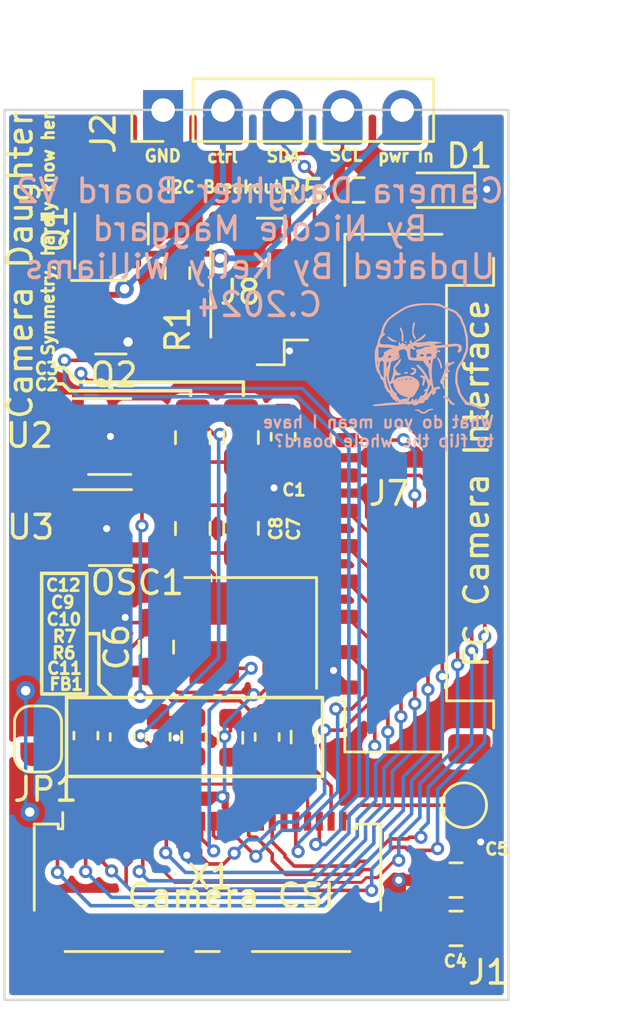
<source format=kicad_pcb>
(kicad_pcb (version 20240108) (generator "pcbnew") (generator_version "8.0")
  (layers (0 "F.Cu" signal) (31 "B.Cu" signal) (34 "B.Paste" user) (35 "F.Paste" user) (36 "B.SilkS" user "B.Silkscreen") (37 "F.SilkS" user "F.Silkscreen") (38 "B.Mask" user) (39 "F.Mask" user) (44 "Edge.Cuts" user))
  (net 0 "")
  (net 1 "1.5V")
  (net 2 "+3V3")
  (net 3 "2.8V")
  (net 4 "VBUS_RESET {slash} PC")
  (net 5 "AGND")
  (net 6 "Net-(J1-Pin_1)")
  (net 7 "D9")
  (net 8 "D8")
  (net 9 "GND")
  (net 10 "ENABLE_BURN {slash} D7")
  (net 11 "D6")
  (net 12 "D5")
  (net 13 "D4")
  (net 14 "ENAB_RF {slash} D3")
  (net 15 "I2C_RESET {slash} D2")
  (net 16 "BURN_RELAY_A {slash} VS")
  (net 17 "HS")
  (net 18 "Net-(JP1-A)")
  (net 19 "Net-(OSC1-OUT)")
  (net 20 "Net-(X1-~{RESET})")
  (net 21 "Net-(X1-PWDN)")
  (net 24 "SDA1")
  (net 25 "SCL1")
  (net 27 "Net-(D1-A)")
  (net 28 "Net-(Q1-G)")
  (net 29 "pwr_in")
  (net 30 "pwr_ctrl")
  (footprint "Capacitor_SMD:C_0805_2012Metric_Pad1.18x1.45mm_HandSolder" (layer "F.Cu") (at 154.95 119.56 -90)
    (property "Reference" "C2")
    (property "Value" "10uF")
  )
  (footprint "Oscillator:Oscillator_SMD_SeikoEpson_SG8002CE-4Pin_3.2x2.5mm_HandSoldering" (layer "F.Cu") (at 157.41 127.85 180)
    (property "Reference" "OSC1")
    (property "Value" "24MHz 3.3V Oscillator")
  )
  (footprint "Jumper:SolderJumper-2_P1.3mm_Open_RoundedPad1.0x1.5mm" (layer "F.Cu") (at 148.375 132.35 90)
    (property "Reference" "JP1")
    (property "Value" "Jumper_2_Open")
  )
  (footprint "Capacitor_SMD:C_0603_1608Metric_Pad1.08x0.95mm_HandSolder" (layer "F.Cu") (at 158.79 119.5225 -90)
    (property "Reference" "C1")
    (property "Value" "1.0uF")
  )
  (footprint "Capacitor_SMD:C_0805_2012Metric_Pad1.18x1.45mm_HandSolder" (layer "F.Cu") (at 153.4 128.45 90)
    (property "Reference" "C6")
    (property "Value" "10uF")
  )
  (footprint "Capacitor_SMD:C_0603_1608Metric_Pad1.08x0.95mm_HandSolder" (layer "F.Cu") (at 150.41 132.2075 90)
    (property "Reference" "C12")
    (property "Value" "22pF")
  )
  (footprint "Capacitor_SMD:C_0805_2012Metric_Pad1.18x1.45mm_HandSolder" (layer "F.Cu") (at 166.1325 140.39)
    (property "Reference" "C4")
    (property "Value" "10uF")
  )
  (footprint "Connector_Molex:Molex_Pico-Lock_504050-1291_1x12-1MP_P1.50mm_Horizontal" (layer "F.Cu") (at 164.305 121.915 90)
    (property "Reference" "J7")
    (property "Value" "FC Connector")
  )
  (footprint "Resistor_SMD:R_0603_1608Metric" (layer "F.Cu") (at 155 132.275 90)
    (property "Reference" "R7")
    (property "Value" "10K")
  )
  (footprint "Package_TO_SOT_SMD:SOT-23-5_HandSoldering" (layer "F.Cu") (at 151.45 123.3775)
    (property "Reference" "U3")
    (property "Value" "TLV74328")
  )
  (footprint "Capacitor_SMD:C_0603_1608Metric_Pad1.08x0.95mm_HandSolder" (layer "F.Cu") (at 151.95 132.2625 90)
    (property "Reference" "C9")
    (property "Value" "0.1uF")
  )
  (footprint "Package_TO_SOT_SMD:SOT-23-5_HandSoldering" (layer "F.Cu") (at 151.42 119.5125)
    (property "Reference" "U2")
    (property "Value" "TLV74315")
  )
  (footprint "Resistor_SMD:R_0603_1608Metric_Pad0.98x0.95mm_HandSolder" (layer "F.Cu") (at 159.65 132.2675 -90)
    (property "Reference" "FB1")
    (property "Value" "ferrite")
  )
  (footprint "Capacitor_SMD:C_0603_1608Metric_Pad1.08x0.95mm_HandSolder" (layer "F.Cu") (at 158.11 132.2675 90)
    (property "Reference" "C11")
    (property "Value" "0.1uF")
  )
  (footprint "Capacitor_SMD:C_0805_2012Metric_Pad1.18x1.45mm_HandSolder" (layer "F.Cu") (at 157 119.5525 -90)
    (property "Reference" "C3")
    (property "Value" "10uF")
  )
  (footprint "Capacitor_SMD:C_0805_2012Metric_Pad1.18x1.45mm_HandSolder" (layer "F.Cu") (at 157 123.4075 -90)
    (property "Reference" "C7")
    (property "Value" "10uF")
  )
  (footprint "TestPoint:TestPoint_Pad_D1.5mm" (layer "F.Cu") (at 166.48 135.16)
    (property "Reference" "J1")
    (property "Value" "Conn_01x01")
  )
  (footprint "Resistor_SMD:R_0603_1608Metric" (layer "F.Cu") (at 154.3 112.58 -90)
    (property "Reference" "R1")
    (property "Value" "10K")
  )
  (footprint "Connector_PinHeader_2.54mm:PinHeader_1x05_P2.54mm_Vertical" (layer "F.Cu") (at 153.69 105.66 90)
    (property "Reference" "J2")
    (property "Value" "Conn_01x05")
  )
  (footprint "Capacitor_SMD:C_0603_1608Metric_Pad1.08x0.95mm_HandSolder" (layer "F.Cu") (at 153.475 132.2625 90)
    (property "Reference" "C10")
    (property "Value" "0.1uF")
  )
  (footprint "LED_SMD:LED_0603_1608Metric_Pad1.05x0.95mm_HandSolder" (layer "F.Cu") (at 165.275 109.06 180)
    (property "Reference" "D1")
    (property "Value" "IR26-21C_L110_TR8")
  )
  (footprint "Connector_FFC-FPC:Molex_502244-2430_1x24-1MP_P0.5mm_Horizontal" (layer "F.Cu") (at 155.575 138.92)
    (property "Reference" "X1")
    (property "Value" "CAMERA_OV2640")
  )
  (footprint "Capacitor_SMD:C_0805_2012Metric_Pad1.18x1.45mm_HandSolder" (layer "F.Cu") (at 154.95 123.4175 -90)
    (property "Reference" "C8")
    (property "Value" "10uF")
  )
  (footprint "Package_TO_SOT_SMD:SOT-23" (layer "F.Cu") (at 151.5 110.7 90)
    (property "Reference" "Q1")
    (property "Value" "BSS83P")
  )
  (footprint "Package_TO_SOT_SMD:SOT-23" (layer "F.Cu") (at 151.4675 114.45)
    (property "Reference" "Q2")
    (property "Value" "BSS138")
  )
  (footprint "Connector_JST:JST_SH_BM04B-SRSS-TB_1x04-1MP_P1.00mm_Vertical" (layer "F.Cu") (at 157.725 113.3575 90)
    (property "Reference" "J8")
    (property "Value" "I2C1 Breakout")
  )
  (footprint "Resistor_SMD:R_0603_1608Metric" (layer "F.Cu") (at 161.995 109.05)
    (property "Reference" "R5")
    (property "Value" "10K")
  )
  (footprint "Resistor_SMD:R_0603_1608Metric" (layer "F.Cu") (at 156.55 132.3 -90)
    (property "Reference" "R6")
    (property "Value" "10K")
  )
  (footprint "Capacitor_SMD:C_0805_2012Metric_Pad1.18x1.45mm_HandSolder" (layer "F.Cu") (at 166.1325 138.34)
    (property "Reference" "C5")
    (property "Value" "10uF")
  )
  (footprint "LOGO" (layer "B.Cu") (at 156.637233 120.992257 180)
    (property "Reference" "G***" (hide yes))
    (property "Value" "LOGO" (hide yes))
  )
  (gr_rect (start 148.53 125.32) (end 150.45 130.44) (stroke (width 0.15)) (fill none) (layer "F.SilkS"))
  (gr_line (start 157.1 117.2) (end 157.1 117.76) (stroke (width 0.15)) (layer "F.SilkS"))
  (gr_rect (start 149.59 130.59) (end 160.46 133.94) (stroke (width 0.15)) (fill none) (layer "F.SilkS"))
  (gr_line (start 154.86 117.57) (end 154.86 117.76) (stroke (width 0.15)) (layer "F.SilkS"))
  (gr_line (start 150.09 117.2) (end 157.1 117.2) (stroke (width 0.15)) (layer "F.SilkS"))
  (gr_line (start 149.26 116.59) (end 149.48 116.59) (stroke (width 0.15)) (layer "F.SilkS"))
  (gr_line (start 150.45 127.88) (end 150.96 127.88) (stroke (width 0.15)) (layer "F.SilkS"))
  (gr_line (start 150.96 130.02) (end 151.53 130.59) (stroke (width 0.15)) (layer "F.SilkS"))
  (gr_line (start 149.48 116.59) (end 150.09 117.2) (stroke (width 0.15)) (layer "F.SilkS"))
  (gr_line (start 149.22 117.28) (end 149.43 117.28) (stroke (width 0.15)) (layer "F.SilkS"))
  (gr_line (start 149.43 117.28) (end 149.72 117.57) (stroke (width 0.15)) (layer "F.SilkS"))
  (gr_line (start 149.72 117.57) (end 154.86 117.57) (stroke (width 0.15)) (layer "F.SilkS"))
  (gr_line (start 150.96 127.88) (end 150.96 130.02) (stroke (width 0.15)) (layer "F.SilkS"))
  (gr_rect (start 146.95 105.65) (end 168.36 143.42) (stroke (width 0.1)) (fill none) (layer "Edge.Cuts"))
  (gr_text "What do you mean I have\nto flip the whole board?" (at 167.8 120 0) (layer "B.SilkS") (effects (font (size 0.5 0.5) (thickness 0.1) (bold yes)) (justify left bottom mirror)))
  (gr_text "Camera Daughter Board V2\nBy Nicole Maggard\nUpdated By Kelly Williams\nC.2024" (at 157.8 114.5 0) (layer "B.SilkS") (effects (font (size 1 1)) (justify bottom mirror)))
  (gr_text "pwr in" (at 162.75 107.9 0) (layer "F.SilkS") (effects (font (size 0.5 0.5) (thickness 0.125) (bold yes)) (justify left bottom)))
  (gr_text "Symmetry, hardly know her" (at 149.1 116.15 90) (layer "F.SilkS") (effects (font (size 0.5 0.5) (thickness 0.125) (bold yes)) (justify left bottom)))
  (gr_text "FC Camera Interface" (at 167.59 129.42 90) (layer "F.SilkS") (effects (font (size 1 1)) (justify left bottom)))
  (gr_text "SCL" (at 160.68 107.87 0) (layer "F.SilkS") (effects (font (size 0.5 0.5) (thickness 0.125)) (justify left bottom)))
  (gr_text "I2C Breakout" (at 153.72 109.22 0) (layer "F.SilkS") (effects (font (size 0.5 0.5) (thickness 0.125)) (justify left bottom)))
  (gr_text "Camera CSI" (at 152.07 139.59 0) (layer "F.SilkS") (effects (font (size 1 1)) (justify left bottom)))
  (gr_text "GND" (at 152.83 107.9 0) (layer "F.SilkS") (effects (font (size 0.5 0.5) (thickness 0.125)) (justify left bottom)))
  (gr_text "SDA" (at 158.01 107.91 0) (layer "F.SilkS") (effects (font (size 0.5 0.5) (thickness 0.125)) (justify left bottom)))
  (gr_text "ctrl" (at 155.49 107.93 0) (layer "F.SilkS") (effects (font (size 0.5 0.5) (thickness 0.125)) (justify left bottom)))
  (gr_text "Camera Daughter" (at 148.21 118.86 90) (layer "F.SilkS") (effects (font (size 1 1)) (justify left bottom)))
  (segment (start 156.825 134.378776) (end 156.825 135.84) (width 0.127) (layer "F.Cu") (net 1))
  (segment (start 153.35 133.25) (end 153.35 134.1294) (width 0.127) (layer "F.Cu") (net 1))
  (segment (start 158.6925 118.5625) (end 152.77 118.5625) (width 0.1524) (layer "F.Cu") (net 1))
  (segment (start 156.710924 134.2647) (end 156.825 134.378776) (width 0.127) (layer "F.Cu") (net 1))
  (segment (start 158.79 118.66) (end 158.6925 118.5625) (width 0.1524) (layer "F.Cu") (net 1))
  (segment (start 155.8475 119.42) (end 154.95 118.5225) (width 0.1524) (layer "F.Cu") (net 1))
  (segment (start 153.4853 134.2647) (end 156.710924 134.2647) (width 0.127) (layer "F.Cu") (net 1))
  (segment (start 153.475 133.125) (end 153.35 133.25) (width 0.127) (layer "F.Cu") (net 1))
  (segment (start 153.475 133.125) (end 153.475 132.951365) (width 0.127) (layer "F.Cu") (net 1))
  (segment (start 153.475 132.951365) (end 152.738614 132.214979) (width 0.1524) (layer "F.Cu") (net 1))
  (segment (start 153.35 134.1294) (end 153.4853 134.2647) (width 0.127) (layer "F.Cu") (net 1))
  (segment (start 156.1 119.42) (end 155.8475 119.42) (width 0.1524) (layer "F.Cu") (net 1))
  (via (at 152.738614 132.214979) (size 0.56) (drill 0.3) (layers "F.Cu" "B.Cu") (net 1))
  (via (at 156.1 119.42) (size 0.56) (drill 0.3) (layers "F.Cu" "B.Cu") (net 1))
  (segment (start 156.05 119.47) (end 156.1 119.42) (width 0.1524) (layer "B.Cu") (net 1))
  (segment (start 152.738614 132.214979) (end 156.05 128.903593) (width 0.1524) (layer "B.Cu") (net 1))
  (segment (start 156.05 128.903593) (end 156.05 119.47) (width 0.1524) (layer "B.Cu") (net 1))
  (segment (start 149 131.7) (end 148.375 131.7) (width 0.1524) (layer "F.Cu") (net 2))
  (segment (start 153.350108 134.8077) (end 151.95 133.407592) (width 0.1524) (layer "F.Cu") (net 2))
  (segment (start 156.2057 134.8077) (end 156.325 134.927) (width 0.1524) (layer "F.Cu") (net 2))
  (segment (start 157.533348 130.473284) (end 157.432664 130.3726) (width 0.1524) (layer "F.Cu") (net 2))
  (segment (start 151.95 133.125) (end 151.0813 132.2563) (width 0.1524) (layer "F.Cu") (net 2))
  (segment (start 158.96 129.32) (end 158.96 126.82) (width 0.1524) (layer "F.Cu") (net 2))
  (segment (start 149.5563 132.2563) (end 149 131.7) (width 0.1524) (layer "F.Cu") (net 2))
  (segment (start 148.375 131.7) (end 147.85 131.175) (width 0.1524) (layer "F.Cu") (net 2))
  (segment (start 157.806716 130.473284) (end 158.96 129.32) (width 0.1524) (layer "F.Cu") (net 2))
  (segment (start 157.432664 130.3726) (end 154.2851 130.3726) (width 0.1524) (layer "F.Cu") (net 2))
  (segment (start 154.2851 130.3726) (end 153.4 129.4875) (width 0.1524) (layer "F.Cu") (net 2))
  (segment (start 151.0813 132.2563) (end 149.5563 132.2563) (width 0.1524) (layer "F.Cu") (net 2))
  (segment (start 156.55 131.475) (end 156.55 131.9955) (width 0.1524) (layer "F.Cu") (net 2))
  (segment (start 156.55 131.9955) (end 156.3 132.2455) (width 0.1524) (layer "F.Cu") (net 2))
  (segment (start 158.705 129.32) (end 158.96 129.32) (width 0.127) (layer "F.Cu") (net 2))
  (segment (start 147.85 131.175) (end 147.85 130.3) (width 0.1524) (layer "F.Cu") (net 2))
  (segment (start 157.533348 130.473284) (end 157.806716 130.473284) (width 0.1524) (layer "F.Cu") (net 2))
  (segment (start 151.95 133.407592) (end 151.95 133.125) (width 0.1524) (layer "F.Cu") (net 2))
  (segment (start 156.2057 134.8077) (end 153.350108 134.8077) (width 0.1524) (layer "F.Cu") (net 2))
  (segment (start 163.7 138.34) (end 165.095 138.34) (width 0.1524) (layer "F.Cu") (net 2))
  (segment (start 156.325 134.927) (end 156.325 135.84) (width 0.1524) (layer "F.Cu") (net 2))
  (via (at 156.2057 134.8077) (size 0.56) (drill 0.3) (layers "F.Cu" "B.Cu") (net 2))
  (via (at 156.3 132.2455) (size 0.56) (drill 0.3) (layers "F.Cu" "B.Cu") (net 2))
  (via (at 163.7 138.34) (size 0.56) (drill 0.3) (layers "F.Cu" "B.Cu") (net 2))
  (via (at 157.533348 130.473284) (size 0.56) (drill 0.3) (layers "F.Cu" "B.Cu") (net 2))
  (via (at 148.025 135.45) (size 0.8) (drill 0.4) (layers "F.Cu" "B.Cu") (net 2))
  (via (at 147.85 130.3) (size 0.8) (drill 0.4) (layers "F.Cu" "B.Cu") (net 2))
  (segment (start 156.3 131.706632) (end 157.533348 130.473284) (width 0.1524) (layer "B.Cu") (net 2))
  (segment (start 156.2057 134.8077) (end 156.3 134.7134) (width 0.1524) (layer "B.Cu") (net 2))
  (segment (start 147.85 135.275) (end 148.025 135.45) (width 0.1524) (layer "B.Cu") (net 2))
  (segment (start 156.3 134.7134) (end 156.3 132.2455) (width 0.1524) (layer "B.Cu") (net 2))
  (segment (start 147.85 130.3) (end 147.85 135.275) (width 0.1524) (layer "B.Cu") (net 2))
  (segment (start 156.3 132.2455) (end 156.3 131.706632) (width 0.1524) (layer "B.Cu") (net 2))
  (segment (start 157 122.37) (end 156.9425 122.4275) (width 0.1524) (layer "F.Cu") (net 3))
  (segment (start 154.063982 130.725) (end 156.948448 130.725) (width 0.1524) (layer "F.Cu") (net 3))
  (segment (start 156.9425 122.4275) (end 152.8 122.4275) (width 0.1524) (layer "F.Cu") (net 3))
  (segment (start 152.721871 130.542306) (end 153.881288 130.542306) (width 0.1524) (layer "F.Cu") (net 3))
  (segment (start 158.11 133.13) (end 158.38 133.13) (width 0.127) (layer "F.Cu") (net 3))
  (segment (start 153.881288 130.542306) (end 154.063982 130.725) (width 0.1524) (layer "F.Cu") (net 3))
  (segment (start 152.7912 130.611635) (end 152.721871 130.542306) (width 0.1524) (layer "F.Cu") (net 3))
  (segment (start 156.948448 130.725) (end 157.3588 131.135352) (width 0.1524) (layer "F.Cu") (net 3))
  (segment (start 159.825 134.845) (end 159.825 135.84) (width 0.127) (layer "F.Cu") (net 3))
  (segment (start 158.11 133.13) (end 159.825 134.845) (width 0.127) (layer "F.Cu") (net 3))
  (segment (start 157.3588 131.135352) (end 157.3588 132.3788) (width 0.1524) (layer "F.Cu") (net 3))
  (segment (start 152.79 123.3) (end 152.79 122.4375) (width 0.1524) (layer "F.Cu") (net 3))
  (segment (start 152.79 122.4375) (end 152.8 122.4275) (width 0.1524) (layer "F.Cu") (net 3))
  (segment (start 157.3588 132.3788) (end 158.11 133.13) (width 0.1524) (layer "F.Cu") (net 3))
  (via (at 152.721871 130.542306) (size 0.56) (drill 0.3) (layers "F.Cu" "B.Cu") (net 3))
  (via (at 152.79 123.3) (size 0.56) (drill 0.3) (layers "F.Cu" "B.Cu") (net 3))
  (segment (start 152.721871 123.368129) (end 152.79 123.3) (width 0.1524) (layer "B.Cu") (net 3))
  (segment (start 152.721871 130.542306) (end 152.721871 123.368129) (width 0.1524) (layer "B.Cu") (net 3))
  (segment (start 153.225 136.575) (end 153.325 136.475) (width 0.127) (layer "F.Cu") (net 4))
  (segment (start 166.2 120.665046) (end 162.199954 116.665) (width 0.1524) (layer "F.Cu") (net 4))
  (segment (start 153.325 135.84) (end 153.325 135.263) (width 0.127) (layer "F.Cu") (net 4))
  (segment (start 154.1853 138.4353) (end 153.225 137.475) (width 0.127) (layer "F.Cu") (net 4))
  (segment (start 153.325 135.263) (end 152.237 134.175) (width 0.127) (layer "F.Cu") (net 4))
  (segment (start 162.324874 138.2315) (end 162.121074 138.4353) (width 0.127) (layer "F.Cu") (net 4))
  (segment (start 162.7935 138.2315) (end 162.324874 138.2315) (width 0.127) (layer "F.Cu") (net 4))
  (segment (start 163.7 137.5) (end 163.525 137.5) (width 0.127) (layer "F.Cu") (net 4))
  (segment (start 153.225 137.475) (end 153.225 136.575) (width 0.127) (layer "F.Cu") (net 4))
  (segment (start 163.525 137.5) (end 162.7935 138.2315) (width 0.127) (layer "F.Cu") (net 4))
  (segment (start 162.199954 116.665) (end 161.51 116.665) (width 0.1524) (layer "F.Cu") (net 4))
  (segment (start 162.121074 138.4353) (end 154.1853 138.4353) (width 0.127) (layer "F.Cu") (net 4))
  (segment (start 151.515 134.175) (end 150.41 133.07) (width 0.127) (layer "F.Cu") (net 4))
  (segment (start 153.325 136.475) (end 153.325 135.84) (width 0.127) (layer "F.Cu") (net 4))
  (segment (start 152.237 134.175) (end 151.515 134.175) (width 0.127) (layer "F.Cu") (net 4))
  (segment (start 166.2 129.2) (end 166.2 120.665046) (width 0.1524) (layer "F.Cu") (net 4))
  (via (at 166.2 129.2) (size 0.56) (drill 0.3) (layers "F.Cu" "B.Cu") (net 4))
  (via (at 163.7 137.5) (size 0.56) (drill 0.3) (layers "F.Cu" "B.Cu") (net 4))
  (segment (start 166.2 132.653264) (end 164.5976 134.255664) (width 0.1524) (layer "B.Cu") (net 4))
  (segment (start 164.5976 134.255664) (end 164.5976 135.6774) (width 0.1524) (layer "B.Cu") (net 4))
  (segment (start 163.7 136.575) (end 163.7 137.5) (width 0.1524) (layer "B.Cu") (net 4))
  (segment (start 166.2 129.2) (end 166.2 132.653264) (width 0.1524) (layer "B.Cu") (net 4))
  (segment (start 164.5976 135.6774) (end 163.7 136.575) (width 0.1524) (layer "B.Cu") (net 4))
  (segment (start 159.65 133.18) (end 160.825 134.355) (width 0.1524) (layer "F.Cu") (net 5))
  (segment (start 160.825 134.355) (end 160.825 135.84) (width 0.1524) (layer "F.Cu") (net 5))
  (segment (start 162.005 135.16) (end 161.325 135.84) (width 0.1524) (layer "F.Cu") (net 6))
  (segment (start 166.48 135.16) (end 162.005 135.16) (width 0.1524) (layer "F.Cu") (net 6))
  (segment (start 157.628962 137.328962) (end 156.8511 136.5511) (width 0.1524) (layer "F.Cu") (net 7))
  (segment (start 161.702738 131.075) (end 162.2862 130.491538) (width 0.1524) (layer "F.Cu") (net 7))
  (segment (start 155.825 136.4424) (end 155.825 135.84) (width 0.1524) (layer "F.Cu") (net 7))
  (segment (start 156.8511 136.5511) (end 155.9337 136.5511) (width 0.1524) (layer "F.Cu") (net 7))
  (segment (start 155.9337 136.5511) (end 155.825 136.4424) (width 0.1524) (layer "F.Cu") (net 7))
  (segment (start 161.025 131.075) (end 161.702738 131.075) (width 0.1524) (layer "F.Cu") (net 7))
  (segment (start 162.2862 129.4412) (end 161.51 128.665) (width 0.1524) (layer "F.Cu") (net 7))
  (segment (start 162.2862 130.491538) (end 162.2862 129.4412) (width 0.1524) (layer "F.Cu") (net 7))
  (via (at 157.628962 137.328962) (size 0.56) (drill 0.3) (layers "F.Cu" "B.Cu") (net 7))
  (via (at 161.025 131.075) (size 0.56) (drill 0.3) (layers "F.Cu" "B.Cu") (net 7))
  (segment (start 159.479896 136.225) (end 161.1062 134.598696) (width 0.1524) (layer "B.Cu") (net 7))
  (segment (start 161.1062 134.598696) (end 161.1062 131.1562) (width 0.1524) (layer "B.Cu") (net 7))
  (segment (start 161.1062 131.1562) (end 161.025 131.075) (width 0.1524) (layer "B.Cu") (net 7))
  (segment (start 158.732924 136.225) (end 159.479896 136.225) (width 0.1524) (layer "B.Cu") (net 7))
  (segment (start 157.628962 137.328962) (end 158.732924 136.225) (width 0.1524) (layer "B.Cu") (net 7))
  (segment (start 155.281344 137.328804) (end 155.281344 137.056344) (width 0.1524) (layer "F.Cu") (net 8))
  (segment (start 155.607158 137.654618) (end 155.281344 137.328804) (width 0.1524) (layer "F.Cu") (net 8))
  (segment (start 156.252182 137.654618) (end 155.607158 137.654618) (width 0.1524) (layer "F.Cu") (net 8))
  (segment (start 162.6386 128.2936) (end 161.51 127.165) (width 0.1524) (layer "F.Cu") (net 8))
  (segment (start 160.55 131.975) (end 161.301106 131.975) (width 0.1524) (layer "F.Cu") (net 8))
  (segment (start 161.301106 131.975) (end 162.6386 130.637506) (width 0.1524) (layer "F.Cu") (net 8))
  (segment (start 156.71046 137.19634) (end 156.252182 137.654618) (width 0.1524) (layer "F.Cu") (net 8))
  (segment (start 155.281344 137.056344) (end 154.825 136.6) (width 0.1524) (layer "F.Cu") (net 8))
  (segment (start 162.6386 130.637506) (end 162.6386 128.2936) (width 0.1524) (layer "F.Cu") (net 8))
  (segment (start 154.825 136.6) (end 154.825 135.84) (width 0.1524) (layer "F.Cu") (net 8))
  (via (at 160.55 131.975) (size 0.56) (drill 0.3) (layers "F.Cu" "B.Cu") (net 8))
  (via (at 156.71046 137.19634) (size 0.56) (drill 0.3) (layers "F.Cu" "B.Cu") (net 8))
  (segment (start 158.586956 135.8726) (end 159.333928 135.8726) (width 0.1524) (layer "B.Cu") (net 8))
  (segment (start 157.2818 136.625) (end 157.834556 136.625) (width 0.1524) (layer "B.Cu") (net 8))
  (segment (start 157.834556 136.625) (end 158.586956 135.8726) (width 0.1524) (layer "B.Cu") (net 8))
  (segment (start 160.55 134.656528) (end 160.55 131.975) (width 0.1524) (layer "B.Cu") (net 8))
  (segment (start 159.333928 135.8726) (end 160.55 134.656528) (width 0.1524) (layer "B.Cu") (net 8))
  (segment (start 156.71046 137.19634) (end 157.2818 136.625) (width 0.1524) (layer "B.Cu") (net 8))
  (segment (start 167.17 140.39) (end 167.17 138.34) (width 0.1524) (layer "F.Cu") (net 9))
  (segment (start 151.895 131.345) (end 151.95 131.4) (width 0.127) (layer "F.Cu") (net 9))
  (segment (start 161.51 130.02) (end 160.93 129.44) (width 0.1524) (layer "F.Cu") (net 9))
  (segment (start 155.86 125.365) (end 154.95 124.455) (width 0.1524) (layer "F.Cu") (net 9))
  (segment (start 154.325 136.91412) (end 154.325 135.84) (width 0.1524) (layer "F.Cu") (net 9))
  (segment (start 161.51 130.165) (end 160.84 130.165) (width 0.1524) (layer "F.Cu") (net 9))
  (segment (start 160.84 130.165) (end 159.65 131.355) (width 0.1524) (layer "F.Cu") (net 9))
  (segment (start 150.41 131.345) (end 150.41 130.4025) (width 0.1524) (layer "F.Cu") (net 9))
  (segment (start 152.1 115.4) (end 152.2 115.5) (width 0.25) (layer "F.Cu") (net 9))
  (segment (start 155 131.45) (end 153.525 131.45) (width 0.1524) (layer "F.Cu") (net 9))
  (segment (start 150.41 131.345) (end 151.895 131.345) (width 0.1524) (layer "F.Cu") (net 9))
  (segment (start 154.95 120.5975) (end 158.5775 120.5975) (width 0.1524) (layer "F.Cu") (net 9))
  (segment (start 161.51 130.165) (end 161.51 130.02) (width 0.1524) (layer "F.Cu") (net 9))
  (segment (start 150.41 130.4025) (end 153.4 127.4125) (width 0.1524) (layer "F.Cu") (net 9))
  (segment (start 154.95 124.455) (end 156.99 124.455) (width 0.1524) (layer "F.Cu") (net 9))
  (segment (start 167.4 109.06) (end 167.44 109.02) (width 0.1524) (layer "F.Cu") (net 9))
  (segment (start 155.86 126.82) (end 155.86 125.365) (width 0.1524) (layer "F.Cu") (net 9))
  (segment (start 151.2475 123.3775) (end 151.29 123.42) (width 0.1524) (layer "F.Cu") (net 9))
  (segment (start 155.86 126.82) (end 153.9925 126.82) (width 0.1524) (layer "F.Cu") (net 9))
  (segment (start 159.05 115.87) (end 159.06 115.88) (width 0.1524) (layer "F.Cu") (net 9))
  (segment (start 158.5775 120.5975) (end 158.79 120.385) (width 0.1524) (layer "F.Cu") (net 9))
  (segment (start 159.65 131.355) (end 159.6 131.405) (width 0.1524) (layer "F.Cu") (net 9))
  (segment (start 153.9925 126.82) (end 153.4 127.4125) (width 0.1524) (layer "F.Cu") (net 9))
  (segment (start 166.15 109.06) (end 167.4 109.06) (width 0.1524) (layer "F.Cu") (net 9))
  (segment (start 155 131.45) (end 155 131.55) (width 0.127) (layer "F.Cu") (net 9))
  (segment (start 155 131.45) (end 155.18 131.45) (width 0.127) (layer "F.Cu") (net 9))
  (segment (start 167.17 138.34) (end 167.17 136.73) (width 0.1524) (layer "F.Cu") (net 9))
  (segment (start 158.79 120.385) (end 158.79 121.3) (width 0.1524) (layer "F.Cu") (net 9))
  (segment (start 153.525 131.45) (end 153.475 131.4) (width 0.127) (layer "F.Cu") (net 9))
  (segment (start 159.6 131.405) (end 158.11 131.405) (width 0.1524) (layer "F.Cu") (net 9))
  (segment (start 152.3025 127.4125) (end 152.08 127.19) (width 0.1524) (layer "F.Cu") (net 9))
  (segment (start 167.17 136.73) (end 167.18 136.72) (width 0.1524) (layer "F.Cu") (net 9))
  (segment (start 159.05 114.8575) (end 159.05 115.87) (width 0.1524) (layer "F.Cu") (net 9))
  (segment (start 154.696786 137.285906) (end 154.325 136.91412) (width 0.1524) (layer "F.Cu") (net 9))
  (segment (start 153.475 131.4) (end 151.95 131.4) (width 0.1524) (layer "F.Cu") (net 9))
  (segment (start 158.79 121.3) (end 158.4 121.69) (width 0.1524) (layer "F.Cu") (net 9))
  (segment (start 156.99 124.455) (end 157 124.445) (width 0.1524) (layer "F.Cu") (net 9))
  (segment (start 150.1 123.3775) (end 151.2475 123.3775) (width 0.1524) (layer "F.Cu") (net 9))
  (segment (start 150.07 119.5125) (end 151.4475 119.5125) (width 0.1524) (layer "F.Cu") (net 9))
  (segment (start 157 120.59) (end 157.3 120.59) (width 0.1524) (layer "F.Cu") (net 9))
  (segment (start 150.53 115.4) (end 152.1 115.4) (width 0.25) (layer "F.Cu") (net 9))
  (segment (start 157.3 120.59) (end 158.4 121.69) (width 0.1524) (layer "F.Cu") (net 9))
  (segment (start 155 131.55) (end 154.25 132.3) (width 0.1524) (layer "F.Cu") (net 9))
  (segment (start 153.4 127.4125) (end 152.3025 127.4125) (width 0.1524) (layer "F.Cu") (net 9))
  (segment (start 151.4475 119.5125) (end 151.45 119.51) (width 0.1524) (layer "F.Cu") (net 9))
  (via (at 152.08 127.19) (size 0.56) (drill 0.3) (layers "F.Cu" "B.Cu") (net 9))
  (via (at 158.4 121.69) (size 0.56) (drill 0.3) (layers "F.Cu" "B.Cu") (net 9))
  (via (at 151.45 119.51) (size 0.56) (drill 0.3) (layers "F.Cu" "B.Cu") (net 9))
  (via (at 159.06 115.88) (size 0.56) (drill 0.3) (layers "F.Cu" "B.Cu") (net 9))
  (via (at 152.2 115.5) (size 0.8) (drill 0.4) (layers "F.Cu" "B.Cu") (net 9))
  (via (at 151.29 123.42) (size 0.56) (drill 0.3) (layers "F.Cu" "B.Cu") (net 9))
  (via (at 154.696786 137.285906) (size 0.56) (drill 0.3) (layers "F.Cu" "B.Cu") (net 9))
  (via (at 167.18 136.72) (size 0.56) (drill 0.3) (layers "F.Cu" "B.Cu") (net 9))
  (via (at 167.44 109.02) (size 0.56) (drill 0.3) (layers "F.Cu" "B.Cu") (net 9))
  (via (at 160.93 129.44) (size 0.56) (drill 0.3) (layers "F.Cu" "B.Cu") (net 9))
  (via (at 154.25 132.3) (size 0.56) (drill 0.3) (layers "F.Cu" "B.Cu") (net 9))
  (segment (start 154.696786 137.285906) (end 154.575 137.16412) (width 0.1524) (layer "B.Cu") (net 9))
  (segment (start 154.25 134.75) (end 154.25 132.3) (width 0.1524) (layer "B.Cu") (net 9))
  (segment (start 154.575 137.16412) (end 154.575 135.075) (width 0.1524) (layer "B.Cu") (net 9))
  (segment (start 154.575 135.075) (end 154.25 134.75) (width 0.1524) (layer "B.Cu") (net 9))
  (segment (start 153.825 137.15) (end 153.8 137.175) (width 0.1524) (layer "F.Cu") (net 10))
  (segment (start 153.825 135.84) (end 153.825 137.15) (width 0.1524) (layer "F.Cu") (net 10))
  (segment (start 162.991 130.783475) (end 162.991 127.146) (width 0.1524) (layer "F.Cu") (net 10))
  (segment (start 162.6814 131.093075) (end 162.991 130.783475) (width 0.1524) (layer "F.Cu") (net 10))
  (segment (start 162.991 127.146) (end 161.51 125.665) (width 0.1524) (layer "F.Cu") (net 10))
  (segment (start 162.6814 132.65) (end 162.6814 131.093075) (width 0.1524) (layer "F.Cu") (net 10))
  (via (at 162.6814 132.65) (size 0.56) (drill 0.3) (layers "F.Cu" "B.Cu") (net 10))
  (via (at 153.8 137.175) (size 0.56) (drill 0.3) (layers "F.Cu" "B.Cu") (net 10))
  (segment (start 154.6404 138.0154) (end 153.8 137.175) (width 0.1524) (layer "B.Cu") (net 10))
  (segment (start 161.5856 135.6144) (end 161.5856 136.335974) (width 0.1524) (layer "B.Cu") (net 10))
  (segment (start 162.3702 134.8298) (end 161.5856 135.6144) (width 0.1524) (layer "B.Cu") (net 10))
  (segment (start 161.5856 136.335974) (end 159.906174 138.0154) (width 0.1524) (layer "B.Cu") (net 10))
  (segment (start 162.6814 132.65) (end 162.3702 132.9612) (width 0.1524) (layer "B.Cu") (net 10))
  (segment (start 159.906174 138.0154) (end 154.6404 138.0154) (width 0.1524) (layer "B.Cu") (net 10))
  (segment (start 162.3702 132.9612) (end 162.3702 134.8298) (width 0.1524) (layer "B.Cu") (net 10))
  (segment (start 163.3434 125.9984) (end 161.51 124.165) (width 0.1524) (layer "F.Cu") (net 11))
  (segment (start 152.675 137.975) (end 152.825 137.825) (width 0.1524) (layer "F.Cu") (net 11))
  (segment (start 163.3434 130.929444) (end 163.3434 125.9984) (width 0.1524) (layer "F.Cu") (net 11))
  (segment (start 163.2376 131.035244) (end 163.3434 130.929444) (width 0.1524) (layer "F.Cu") (net 11))
  (segment (start 152.825 137.825) (end 152.825 135.84) (width 0.1524) (layer "F.Cu") (net 11))
  (segment (start 163.2376 132.05) (end 163.2376 131.035244) (width 0.1524) (layer "F.Cu") (net 11))
  (via (at 163.2376 132.05) (size 0.56) (drill 0.3) (layers "F.Cu" "B.Cu") (net 11))
  (via (at 152.675 137.975) (size 0.56) (drill 0.3) (layers "F.Cu" "B.Cu") (net 11))
  (segment (start 153.0678 138.3678) (end 160.052142 138.3678) (width 0.1524) (layer "B.Cu") (net 11))
  (segment (start 152.675 137.975) (end 153.0678 138.3678) (width 0.1524) (layer "B.Cu") (net 11))
  (segment (start 161.938 135.760368) (end 162.7226 134.975768) (width 0.1524) (layer "B.Cu") (net 11))
  (segment (start 163.2376 132.880386) (end 163.2376 132.05) (width 0.1524) (layer "B.Cu") (net 11))
  (segment (start 162.7226 133.395386) (end 163.2376 132.880386) (width 0.1524) (layer "B.Cu") (net 11))
  (segment (start 162.7226 134.975768) (end 162.7226 133.395386) (width 0.1524) (layer "B.Cu") (net 11))
  (segment (start 161.938 136.481942) (end 161.938 135.760368) (width 0.1524) (layer "B.Cu") (net 11))
  (segment (start 160.052142 138.3678) (end 161.938 136.481942) (width 0.1524) (layer "B.Cu") (net 11))
  (segment (start 151.5 137.95) (end 151.15 137.6) (width 0.1524) (layer "F.Cu") (net 12))
  (segment (start 163.7938 131.4) (end 163.7938 124.9488) (width 0.1524) (layer "F.Cu") (net 12))
  (segment (start 151.15 137.6) (end 151.15 137.114137) (width 0.1524) (layer "F.Cu") (net 12))
  (segment (start 151.15 137.114137) (end 151.825 136.439137) (width 0.1524) (layer "F.Cu") (net 12))
  (segment (start 151.825 136.439137) (end 151.825 135.84) (width 0.1524) (layer "F.Cu") (net 12))
  (segment (start 163.7938 124.9488) (end 161.51 122.665) (width 0.1524) (layer "F.Cu") (net 12))
  (via (at 163.7938 131.4) (size 0.56) (drill 0.3) (layers "F.Cu" "B.Cu") (net 12))
  (via (at 151.5 137.95) (size 0.56) (drill 0.3) (layers "F.Cu" "B.Cu") (net 12))
  (segment (start 160.19811 138.7202) (end 162.2904 136.62791) (width 0.1524) (layer "B.Cu") (net 12))
  (segment (start 163.7938 132.859672) (end 163.7938 131.4) (width 0.1524) (layer "B.Cu") (net 12))
  (segment (start 152.2702 138.7202) (end 160.19811 138.7202) (width 0.1524) (layer "B.Cu") (net 12))
  (segment (start 151.5 137.95) (end 152.2702 138.7202) (width 0.1524) (layer "B.Cu") (net 12))
  (segment (start 162.2904 136.62791) (end 162.2904 135.906336) (width 0.1524) (layer "B.Cu") (net 12))
  (segment (start 163.075 133.578472) (end 163.7938 132.859672) (width 0.1524) (layer "B.Cu") (net 12))
  (segment (start 163.075 135.121736) (end 163.075 133.578472) (width 0.1524) (layer "B.Cu") (net 12))
  (segment (start 162.2904 135.906336) (end 163.075 135.121736) (width 0.1524) (layer "B.Cu") (net 12))
  (segment (start 164.94 130.25) (end 164.94 121.5) (width 0.1524) (layer "F.Cu") (net 13))
  (segment (start 149.2 137.3) (end 149.9838 136.5162) (width 0.1524) (layer "F.Cu") (net 13))
  (segment (start 164.94 121.5) (end 164.605 121.165) (width 0.1524) (layer "F.Cu") (net 13))
  (segment (start 150.7512 136.5162) (end 150.825 136.4424) (width 0.1524) (layer "F.Cu") (net 13))
  (segment (start 164.605 121.165) (end 161.51 121.165) (width 0.1524) (layer "F.Cu") (net 13))
  (segment (start 149.9838 136.5162) (end 150.7512 136.5162) (width 0.1524) (layer "F.Cu") (net 13))
  (segment (start 150.825 136.4424) (end 150.825 135.84) (width 0.1524) (layer "F.Cu") (net 13))
  (segment (start 149.2 138.0119) (end 149.2 137.3) (width 0.1524) (layer "F.Cu") (net 13))
  (via (at 149.2 138.0119) (size 0.56) (drill 0.3) (layers "F.Cu" "B.Cu") (net 13))
  (via (at 164.94 130.25) (size 0.56) (drill 0.3) (layers "F.Cu" "B.Cu") (net 13))
  (segment (start 164.94 132.916528) (end 164.94 130.25) (width 0.1524) (layer "B.Cu") (net 13))
  (segment (start 162.9952 136.919846) (end 162.9952 136.283064) (width 0.1524) (layer "B.Cu") (net 13))
  (segment (start 162.9952 136.283064) (end 163.8928 135.385464) (width 0.1524) (layer "B.Cu") (net 13))
  (segment (start 149.2 138.0119) (end 150.6131 139.425) (width 0.1524) (layer "B.Cu") (net 13))
  (segment (start 163.8928 135.385464) (end 163.8928 133.963727) (width 0.1524) (layer "B.Cu") (net 13))
  (segment (start 150.6131 139.425) (end 160.490046 139.425) (width 0.1524) (layer "B.Cu") (net 13))
  (segment (start 160.490046 139.425) (end 162.9952 136.919846) (width 0.1524) (layer "B.Cu") (net 13))
  (segment (start 163.8928 133.963727) (end 164.94 132.916528) (width 0.1524) (layer "B.Cu") (net 13))
  (segment (start 163.900353 119.649647) (end 163.885 119.665) (width 0.1524) (layer "F.Cu") (net 14))
  (segment (start 150.4 137.975) (end 150.4 137.175) (width 0.1524) (layer "F.Cu") (net 14))
  (segment (start 150.7064 136.8686) (end 150.897168 136.8686) (width 0.1524) (layer "F.Cu") (net 14))
  (segment (start 151.325 136.440768) (end 151.325 135.84) (width 0.1524) (layer "F.Cu") (net 14))
  (segment (start 150.897168 136.8686) (end 151.325 136.440768) (width 0.1524) (layer "F.Cu") (net 14))
  (segment (start 164.3843 130.85) (end 164.3843 122.000027) (width 0.1524) (layer "F.Cu") (net 14))
  (segment (start 150.4 137.175) (end 150.7064 136.8686) (width 0.1524) (layer "F.Cu") (net 14))
  (segment (start 163.885 119.665) (end 161.51 119.665) (width 0.1524) (layer "F.Cu") (net 14))
  (via (at 150.4 137.975) (size 0.56) (drill 0.3) (layers "F.Cu" "B.Cu") (net 14))
  (via (at 163.900353 119.649647) (size 0.56) (drill 0.3) (layers "F.Cu" "B.Cu") (net 14))
  (via (at 164.3843 122.000027) (size 0.56) (drill 0.3) (layers "F.Cu" "B.Cu") (net 14))
  (via (at 164.3843 130.85) (size 0.56) (drill 0.3) (layers "F.Cu" "B.Cu") (net 14))
  (segment (start 164.3843 120.133594) (end 164.3843 122.000027) (width 0.1524) (layer "B.Cu") (net 14))
  (segment (start 164.3843 132.76754) (end 164.3843 130.85) (width 0.1524) (layer "B.Cu") (net 14))
  (segment (start 160.344078 139.0726) (end 162.6428 136.773878) (width 0.1524) (layer "B.Cu") (net 14))
  (segment (start 163.900353 119.649647) (end 164.3843 120.133594) (width 0.1524) (layer "B.Cu") (net 14))
  (segment (start 163.4274 133.72444) (end 164.3843 132.76754) (width 0.1524) (layer "B.Cu") (net 14))
  (segment (start 151.4976 139.0726) (end 160.344078 139.0726) (width 0.1524) (layer "B.Cu") (net 14))
  (segment (start 162.6428 136.052304) (end 163.4274 135.267704) (width 0.1524) (layer "B.Cu") (net 14))
  (segment (start 162.6428 136.773878) (end 162.6428 136.052304) (width 0.1524) (layer "B.Cu") (net 14))
  (segment (start 150.4 137.975) (end 151.4976 139.0726) (width 0.1524) (layer "B.Cu") (net 14))
  (segment (start 163.4274 135.267704) (end 163.4274 133.72444) (width 0.1524) (layer "B.Cu") (net 14))
  (segment (start 165.55 129.7) (end 165.55 120.513414) (width 0.1524) (layer "F.Cu") (net 15))
  (segment (start 162.55 138.775) (end 152.325 138.775) (width 0.1524) (layer "F.Cu") (net 15))
  (segment (start 152.325 137.538414) (end 152.1188 137.744614) (width 0.1524) (layer "F.Cu") (net 15))
  (segment (start 165.55 120.513414) (end 163.201586 118.165) (width 0.1524) (layer "F.Cu") (net 15))
  (segment (start 152.1188 138.5688) (end 152.325 138.775) (width 0.1524) (layer "F.Cu") (net 15))
  (segment (start 152.1188 137.744614) (end 152.1188 138.5688) (width 0.1524) (layer "F.Cu") (net 15))
  (segment (start 152.325 135.84) (end 152.325 137.538414) (width 0.1524) (layer "F.Cu") (net 15))
  (segment (start 163.201586 118.165) (end 161.51 118.165) (width 0.1524) (layer "F.Cu") (net 15))
  (via (at 162.55 138.775) (size 0.56) (drill 0.3) (layers "F.Cu" "B.Cu") (net 15))
  (via (at 165.55 129.7) (size 0.56) (drill 0.3) (layers "F.Cu" "B.Cu") (net 15))
  (segment (start 164.2452 135.531432) (end 164.2452 134.109696) (width 0.1524) (layer "B.Cu") (net 15))
  (segment (start 164.2452 134.109696) (end 165.55 132.804896) (width 0.1524) (layer "B.Cu") (net 15))
  (segment (start 163.3476 137.065814) (end 163.3476 136.429032) (width 0.1524) (layer "B.Cu") (net 15))
  (segment (start 162.55 137.863414) (end 163.3476 137.065814) (width 0.1524) (layer "B.Cu") (net 15))
  (segment (start 165.55 132.804896) (end 165.55 129.7) (width 0.1524) (layer "B.Cu") (net 15))
  (segment (start 163.3476 136.429032) (end 164.2452 135.531432) (width 0.1524) (layer "B.Cu") (net 15))
  (segment (start 162.55 138.775) (end 162.55 137.863414) (width 0.1524) (layer "B.Cu") (net 15))
  (segment (start 162.445 115.165) (end 161.51 115.165) (width 0.1524) (layer "F.Cu") (net 16))
  (segment (start 162.038197 137.5394) (end 161.834397 137.7432) (width 0.1524) (layer "F.Cu") (net 16))
  (segment (start 159.256614 137.7432) (end 158.8688 137.355386) (width 0.1524) (layer "F.Cu") (net 16))
  (segment (start 162.375646 137.5394) (end 162.038197 137.5394) (width 0.1524) (layer "F.Cu") (net 16))
  (segment (start 158.8688 137.2688) (end 158.325 136.725) (width 0.1524) (layer "F.Cu") (net 16))
  (segment (start 164.642468 136.520549) (end 164.154451 136.520549) (width 0.1524) (layer "F.Cu") (net 16))
  (segment (start 164.154451 136.520549) (end 164.0836 136.5914) (width 0.1524) (layer "F.Cu") (net 16))
  (segment (start 166.8 128.6) (end 166.8 119.52) (width 0.1524) (layer "F.Cu") (net 16))
  (segment (start 161.834397 137.7432) (end 159.256614 137.7432) (width 0.1524) (layer "F.Cu") (net 16))
  (segment (start 158.8688 137.355386) (end 158.8688 137.2688) (width 0.1524) (layer "F.Cu") (net 16))
  (segment (start 164.0836 136.5914) (end 163.323646 136.5914) (width 0.1524) (layer "F.Cu") (net 16))
  (segment (start 166.8 119.52) (end 162.445 115.165) (width 0.1524) (layer "F.Cu") (net 16))
  (segment (start 158.325 136.725) (end 158.325 135.84) (width 0.1524) (layer "F.Cu") (net 16))
  (segment (start 163.323646 136.5914) (end 162.375646 137.5394) (width 0.1524) (layer "F.Cu") (net 16))
  (via (at 164.642468 136.520549) (size 0.56) (drill 0.3) (layers "F.Cu" "B.Cu") (net 16))
  (via (at 166.8 128.6) (size 0.56) (drill 0.3) (layers "F.Cu" "B.Cu") (net 16))
  (segment (start 164.95 134.401632) (end 166.8 132.551632) (width 0.1524) (layer "B.Cu") (net 16))
  (segment (start 164.95 135.9) (end 164.95 134.401632) (width 0.1524) (layer "B.Cu") (net 16))
  (segment (start 164.642468 136.207532) (end 164.95 135.9) (width 0.1524) (layer "B.Cu") (net 16))
  (segment (start 166.8 132.551632) (end 166.8 128.6) (width 0.1524) (layer "B.Cu") (net 16))
  (segment (start 164.642468 136.520549) (end 164.642468 136.207532) (width 0.1524) (layer "B.Cu") (net 16))
  (segment (start 163.9712 136.9438) (end 163.469614 136.9438) (width 0.1524) (layer "F.Cu") (net 17))
  (segment (start 157.9726 136.870968) (end 157.9726 136.8476) (width 0.1524) (layer "F.Cu") (net 17))
  (segment (start 157.3988 136.5162) (end 157.325 136.4424) (width 0.1524) (layer "F.Cu") (net 17))
  (segment (start 162.545 113.665) (end 161.51 113.665) (width 0.1524) (layer "F.Cu") (net 17))
  (segment (start 161.980366 138.0956) (end 158.897232 138.0956) (width 0.1524) (layer "F.Cu") (net 17))
  (segment (start 158.897232 138.0956) (end 158.325 137.523368) (width 0.1524) (layer "F.Cu") (net 17))
  (segment (start 165.273251 137.076749) (end 164.104149 137.076749) (width 0.1524) (layer "F.Cu") (net 17))
  (segment (start 157.9726 136.8476) (end 157.6412 136.5162) (width 0.1524) (layer "F.Cu") (net 17))
  (segment (start 164.104149 137.076749) (end 163.9712 136.9438) (width 0.1524) (layer "F.Cu") (net 17))
  (segment (start 158.325 137.223368) (end 157.9726 136.870968) (width 0.1524) (layer "F.Cu") (net 17))
  (segment (start 158.325 137.523368) (end 158.325 137.223368) (width 0.1524) (layer "F.Cu") (net 17))
  (segment (start 157.325 136.4424) (end 157.325 135.84) (width 0.1524) (layer "F.Cu") (net 17))
  (segment (start 162.184166 137.8918) (end 161.980366 138.0956) (width 0.1524) (layer "F.Cu") (net 17))
  (segment (start 167.3557 128) (end 167.3557 118.4757) (width 0.1524) (layer "F.Cu") (net 17))
  (segment (start 165.35 137) (end 165.273251 137.076749) (width 0.1524) (layer "F.Cu") (net 17))
  (segment (start 163.469614 136.9438) (end 162.521614 137.8918) (width 0.1524) (layer "F.Cu") (net 17))
  (segment (start 157.6412 136.5162) (end 157.3988 136.5162) (width 0.1524) (layer "F.Cu") (net 17))
  (segment (start 167.3557 118.4757) (end 162.545 113.665) (width 0.1524) (layer "F.Cu") (net 17))
  (segment (start 162.521614 137.8918) (end 162.184166 137.8918) (width 0.1524) (layer "F.Cu") (net 17))
  (via (at 165.35 137) (size 0.56) (drill 0.3) (layers "F.Cu" "B.Cu") (net 17))
  (via (at 167.3557 128) (size 0.56) (drill 0.3) (layers "F.Cu" "B.Cu") (net 17))
  (segment (start 167.3557 132.4943) (end 165.35 134.5) (width 0.1524) (layer "B.Cu") (net 17))
  (segment (start 167.3557 128) (end 167.3557 132.4943) (width 0.1524) (layer "B.Cu") (net 17))
  (segment (start 165.35 134.5) (end 165.35 137) (width 0.1524) (layer "B.Cu") (net 17))
  (segment (start 150.325 135.84) (end 150.325 134.95) (width 0.1524) (layer "F.Cu") (net 18))
  (segment (start 150.325 134.95) (end 148.375 133) (width 0.1524) (layer "F.Cu") (net 18))
  (segment (start 155.837544 137.098418) (end 155.325 136.585874) (width 0.1524) (layer "F.Cu") (net 19))
  (segment (start 155.325 136.585874) (end 155.325 135.84) (width 0.1524) (layer "F.Cu") (net 19))
  (segment (start 155.89 129.35) (end 155.86 129.32) (width 0.127) (layer "F.Cu") (net 19))
  (segment (start 157.430498 129.35) (end 155.89 129.35) (width 0.1524) (layer "F.Cu") (net 19))
  (via (at 157.430498 129.35) (size 0.56) (drill 0.3) (layers "F.Cu" "B.Cu") (net 19))
  (via (at 155.837544 137.098418) (size 0.56) (drill 0.3) (layers "F.Cu" "B.Cu") (net 19))
  (segment (start 155.6495 136.910374) (end 155.6495 131.130998) (width 0.1524) (layer "B.Cu") (net 19))
  (segment (start 155.837544 137.098418) (end 155.6495 136.910374) (width 0.1524) (layer "B.Cu") (net 19))
  (segment (start 155.6495 131.130998) (end 157.430498 129.35) (width 0.1524) (layer "B.Cu") (net 19))
  (segment (start 158.825 135.4) (end 158.825 135.84) (width 0.1524) (layer "F.Cu") (net 20))
  (segment (start 156.55 133.125) (end 158.825 135.4) (width 0.1524) (layer "F.Cu") (net 20))
  (segment (start 155 133.1) (end 155.1 133.2) (width 0.1524) (layer "F.Cu") (net 21))
  (segment (start 155.275 133.925) (end 156.851632 133.925) (width 0.1524) (layer "F.Cu") (net 21))
  (segment (start 155.1 133.75) (end 155.275 133.925) (width 0.1524) (layer "F.Cu") (net 21))
  (segment (start 156.851632 133.925) (end 157.825 134.898368) (width 0.1524) (layer "F.Cu") (net 21))
  (segment (start 155.1 133.2) (end 155.1 133.75) (width 0.1524) (layer "F.Cu") (net 21))
  (segment (start 157.825 134.898368) (end 157.825 135.84) (width 0.1524) (layer "F.Cu") (net 21))
  (segment (start 158.080841 112.8575) (end 159.05 112.8575) (width 0.1524) (layer "F.Cu") (net 24))
  (segment (start 150.5043 117.14) (end 153.798341 117.14) (width 0.1524) (layer "F.Cu") (net 24))
  (segment (start 159.05 112.8575) (end 159.427738 112.8575) (width 0.1524) (layer "F.Cu") (net 24))
  (segment (start 160.12 108.48) (end 159.69294 108.05294) (width 0.1524) (layer "F.Cu") (net 24))
  (segment (start 160.12 112.165238) (end 160.12 108.48) (width 0.1524) (layer "F.Cu") (net 24))
  (segment (start 153.798341 117.14) (end 158.080841 112.8575) (width 0.1524) (layer "F.Cu") (net 24))
  (segment (start 160.175 136.825) (end 160.325 136.675) (width 0.1524) (layer "F.Cu") (net 24))
  (segment (start 159.427738 112.8575) (end 160.12 112.165238) (width 0.1524) (layer "F.Cu") (net 24))
  (segment (start 150.2 116.8357) (end 150.5043 117.14) (width 0.1524) (layer "F.Cu") (net 24))
  (segment (start 160.325 136.675) (end 160.325 135.84) (width 0.1524) (layer "F.Cu") (net 24))
  (via (at 159.69294 108.05294) (size 0.56) (drill 0.3) (layers "F.Cu" "B.Cu") (net 24))
  (via (at 160.175 136.825) (size 0.56) (drill 0.3) (layers "F.Cu" "B.Cu") (net 24))
  (via (at 150.2 116.8357) (size 0.56) (drill 0.3) (layers "F.Cu" "B.Cu") (net 24))
  (segment (start 150.2 117.4) (end 150.2 116.8357) (width 0.1524) (layer "B.Cu") (net 24))
  (segment (start 161.2332 135.468432) (end 162.0178 134.683832) (width 0.1524) (layer "B.Cu") (net 24))
  (segment (start 150.2726 117.4726) (end 150.2 117.4) (width 0.1524) (layer "B.Cu") (net 24))
  (segment (start 158.77 107.13) (end 158.77 105.8532) (width 0.1524) (layer "B.Cu") (net 24))
  (segment (start 162.0178 119.8928) (end 159.5976 117.4726) (width 0.1524) (layer "B.Cu") (net 24))
  (segment (start 159.5976 117.4726) (end 150.2726 117.4726) (width 0.1524) (layer "B.Cu") (net 24))
  (segment (start 160.598206 136.825) (end 161.2332 136.190006) (width 0.1524) (layer "B.Cu") (net 24))
  (segment (start 162.0178 134.683832) (end 162.0178 119.8928) (width 0.1524) (layer "B.Cu") (net 24))
  (segment (start 161.2332 136.190006) (end 161.2332 135.468432) (width 0.1524) (layer "B.Cu") (net 24))
  (segment (start 160.175 136.825) (end 160.598206 136.825) (width 0.1524) (layer "B.Cu") (net 24))
  (segment (start 159.69294 108.05294) (end 158.77 107.13) (width 0.1524) (layer "B.Cu") (net 24))
  (segment (start 149.5 116.28) (end 154.159973 116.28) (width 0.1524) (layer "F.Cu") (net 25))
  (segment (start 158.582473 111.8575) (end 159.05 111.8575) (width 0.1524) (layer "F.Cu") (net 25))
  (segment (start 161.11326 107.49674) (end 161.31 107.3) (width 0.1524) (layer "F.Cu") (net 25))
  (segment (start 159.325 137.025) (end 159.325 135.84) (width 0.1524) (layer "F.Cu") (net 25))
  (segment (start 154.159973 116.28) (end 158.582473 111.8575) (width 0.1524) (layer "F.Cu") (net 25))
  (segment (start 161.31 107.3) (end 161.31 105.8532) (width 0.1524) (layer "F.Cu") (net 25))
  (segment (start 159.425 137.125) (end 159.325 137.025) (width 0.1524) (layer "F.Cu") (net 25))
  (segment (start 159.05 111.8575) (end 159.05 107.909294) (width 0.1524) (layer "F.Cu") (net 25))
  (segment (start 159.05 107.909294) (end 159.462554 107.49674) (width 0.1524) (layer "F.Cu") (net 25))
  (segment (start 159.462554 107.49674) (end 161.11326 107.49674) (width 0.1524) (layer "F.Cu") (net 25))
  (via (at 159.425 137.125) (size 0.56) (drill 0.3) (layers "F.Cu" "B.Cu") (net 25))
  (via (at 149.5 116.28) (size 0.56) (drill 0.3) (layers "F.Cu" "B.Cu") (net 25))
  (segment (start 159.425 137.125) (end 159.425 136.778264) (width 0.1524) (layer "B.Cu") (net 25))
  (segment (start 159.4 117.825) (end 150.075 117.825) (width 0.1524) (layer "B.Cu") (net 25))
  (segment (start 150.075 117.825) (end 149.5 117.25) (width 0.1524) (layer "B.Cu") (net 25))
  (segment (start 159.425 136.778264) (end 161.5812 134.622064) (width 0.1524) (layer "B.Cu") (net 25))
  (segment (start 149.5 117.25) (end 149.5 116.28) (width 0.1524) (layer "B.Cu") (net 25))
  (segment (start 161.5812 120.0062) (end 159.4 117.825) (width 0.1524) (layer "B.Cu") (net 25))
  (segment (start 161.5812 134.622064) (end 161.5812 120.0062) (width 0.1524) (layer "B.Cu") (net 25))
  (segment (start 164.39 109.05) (end 164.4 109.06) (width 0.1524) (layer "F.Cu") (net 27))
  (segment (start 162.82 109.05) (end 164.39 109.05) (width 0.1524) (layer "F.Cu") (net 27))
  (segment (start 149.4675 114.1675) (end 149.4675 112.72) (width 0.25) (layer "F.Cu") (net 28))
  (segment (start 154.3 113.5) (end 153.35 114.45) (width 0.25) (layer "F.Cu") (net 28))
  (segment (start 154.3 113.405) (end 154.3 113.5) (width 0.25) (layer "F.Cu") (net 28))
  (segment (start 153.35 114.45) (end 152.405 114.45) (width 0.25) (layer "F.Cu") (net 28))
  (segment (start 149.75 114.45) (end 149.4675 114.1675) (width 0.25) (layer "F.Cu") (net 28))
  (segment (start 152.405 114.45) (end 149.75 114.45) (width 0.25) (layer "F.Cu") (net 28))
  (segment (start 149.4675 112.72) (end 150.55 111.6375) (width 0.25) (layer "F.Cu") (net 28))
  (segment (start 155.905 111.755) (end 156.1 111.95) (width 0.25) (layer "F.Cu") (net 29))
  (segment (start 154.3 111.755) (end 152.5675 111.755) (width 0.25) (layer "F.Cu") (net 29))
  (segment (start 152.5675 111.755) (end 152.45 111.6375) (width 0.25) (layer "F.Cu") (net 29))
  (segment (start 154.3 111.755) (end 155.905 111.755) (width 0.25) (layer "F.Cu") (net 29))
  (via (at 156.1 111.95) (size 0.8) (drill 0.4) (layers "F.Cu" "B.Cu") (net 29))
  (segment (start 156.1 111.95) (end 157.875 111.95) (width 0.25) (layer "B.Cu") (net 29))
  (segment (start 157.875 111.95) (end 163.85 105.975) (width 0.25) (layer "B.Cu") (net 29))
  (segment (start 150.53 113.5) (end 151.8 113.5) (width 0.25) (layer "F.Cu") (net 30))
  (segment (start 151.8 113.5) (end 152.05 113.25) (width 0.25) (layer "F.Cu") (net 30))
  (via (at 152.05 113.25) (size 0.8) (drill 0.4) (layers "F.Cu" "B.Cu") (net 30))
  (segment (start 152.05 113.25) (end 156.23 109.07) (width 0.25) (layer "B.Cu") (net 30))
  (segment (start 156.23 109.07) (end 156.23 105.975) (width 0.25) (layer "B.Cu") (net 30))
  (zone (net 2) (net_name "+3V3") (layer "F.Cu") (priority 1) (connect_pads (clearance 0.254)) (min_thickness 0.25) (fill yes (thermal_gap 0.5) (thermal_bridge_width 0.5))
    (polygon (pts (xy 146.95 105.65) (xy 168.36 105.66) (xy 168.309532 143.344242) (xy 146.899532 143.334242)))
  )
  (zone (net 25) (net_name "SCL1") (layer "F.Cu") (priority 1) (connect_pads yes (clearance 0.254)) (min_thickness 0.25) (fill yes (thermal_gap 0.5) (thermal_bridge_width 0.5))
    (polygon (pts (xy 160.46 105.65) (xy 162.16 105.65) (xy 162.16 107.13) (xy 160.46 107.13)))
  )
  (zone (net 24) (net_name "SDA1") (layer "F.Cu") (priority 1) (connect_pads yes (clearance 0.254)) (min_thickness 0.25) (fill yes (thermal_gap 0.5) (thermal_bridge_width 0.5))
    (polygon (pts (xy 157.92 105.65) (xy 159.62 105.65) (xy 159.62 107.13) (xy 157.92 107.13)))
  )
  (zone (net 30) (net_name "pwr_ctrl") (layer "F.Cu") (priority 1) (connect_pads yes (clearance 0.254)) (min_thickness 0.25) (fill yes (thermal_gap 0.5) (thermal_bridge_width 0.5))
    (polygon (pts (xy 155.38 105.65) (xy 157.08 105.65) (xy 157.08 107.13) (xy 155.38 107.13)))
  )
  (zone (net 9) (net_name "GND") (layer "F.Cu") (priority 1) (connect_pads yes (clearance 0.254)) (min_thickness 0.25) (fill yes (thermal_gap 0.5) (thermal_bridge_width 0.5))
    (polygon (pts (xy 152.84 105.65) (xy 154.54 105.65) (xy 154.54 107.13) (xy 152.84 107.13)))
  )
  (zone (net 29) (net_name "pwr_in") (layer "F.Cu") (priority 1) (connect_pads yes (clearance 0.254)) (min_thickness 0.25) (fill yes (thermal_gap 0.5) (thermal_bridge_width 0.5))
    (polygon (pts (xy 163 105.65) (xy 164.7 105.65) (xy 164.7 107.13) (xy 163 107.13)))
  )
  (zone (net 30) (net_name "pwr_ctrl") (layer "B.Cu") (priority 1) (connect_pads yes (clearance 0.254)) (min_thickness 0.25) (fill yes (thermal_gap 0.5) (thermal_bridge_width 0.5))
    (polygon (pts (xy 155.38 105.65) (xy 157.08 105.65) (xy 157.08 107.13) (xy 155.38 107.13)))
  )
  (zone (net 29) (net_name "pwr_in") (layer "B.Cu") (priority 1) (connect_pads yes (clearance 0.254)) (min_thickness 0.25) (fill yes (thermal_gap 0.5) (thermal_bridge_width 0.5))
    (polygon (pts (xy 163 105.65) (xy 164.7 105.65) (xy 164.7 107.13) (xy 163 107.13)))
  )
  (zone (net 9) (net_name "GND") (layer "B.Cu") (connect_pads (clearance 0.254)) (min_thickness 0.25) (fill yes (thermal_gap 0.5) (thermal_bridge_width 0.5))
    (polygon (pts (xy 146.970101 143.351125) (xy 146.96 105.65) (xy 168.36 105.66) (xy 168.36 143.371125)))
  )
  (zone (net 24) (net_name "SDA1") (layer "B.Cu") (priority 1) (connect_pads yes (clearance 0.254)) (min_thickness 0.25) (fill yes (thermal_gap 0.5) (thermal_bridge_width 0.5))
    (polygon (pts (xy 157.92 105.65) (xy 159.62 105.65) (xy 159.62 107.13) (xy 157.92 107.13)))
  )
  (zone (net 25) (net_name "SCL1") (layer "B.Cu") (priority 1) (connect_pads yes (clearance 0.254)) (min_thickness 0.25) (fill yes (thermal_gap 0.5) (thermal_bridge_width 0.5))
    (polygon (pts (xy 160.46 105.65) (xy 162.16 105.65) (xy 162.16 107.13) (xy 160.46 107.13)))
  )
  (zone (net 9) (net_name "GND") (layer "B.Cu") (priority 1) (connect_pads yes (clearance 0.254)) (min_thickness 0.25) (fill yes (thermal_gap 0.5) (thermal_bridge_width 0.5))
    (polygon (pts (xy 152.84 105.65) (xy 154.54 105.65) (xy 154.54 107.13) (xy 152.84 107.13)))
  )
)
</source>
